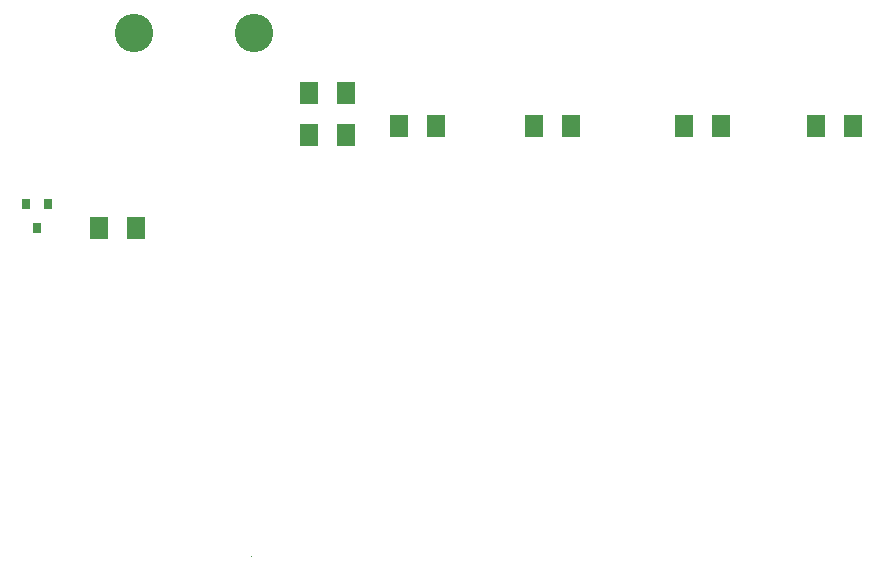
<source format=gtp>
G04 MADE WITH FRITZING*
G04 WWW.FRITZING.ORG*
G04 DOUBLE SIDED*
G04 HOLES PLATED*
G04 CONTOUR ON CENTER OF CONTOUR VECTOR*
%ASAXBY*%
%FSLAX23Y23*%
%MOIN*%
%OFA0B0*%
%SFA1.0B1.0*%
%ADD10C,0.128000*%
%ADD11R,0.000189X0.000189*%
%ADD12R,0.062992X0.074803*%
%ADD13R,0.031496X0.035433*%
%LNPASTEMASK1*%
G90*
G70*
G54D10*
X1710Y1828D03*
X1310Y1828D03*
X1710Y1828D03*
X1310Y1828D03*
G54D11*
X1705Y80D03*
X1705Y80D03*
G54D12*
X3707Y1518D03*
X3585Y1518D03*
X3267Y1518D03*
X3145Y1518D03*
X2767Y1518D03*
X2645Y1518D03*
X2317Y1518D03*
X2195Y1518D03*
X2017Y1488D03*
X1895Y1488D03*
X2017Y1628D03*
X1895Y1628D03*
X1317Y1178D03*
X1195Y1178D03*
G54D13*
X1025Y1258D03*
X950Y1258D03*
X988Y1179D03*
G04 End of PasteMask1*
M02*
</source>
